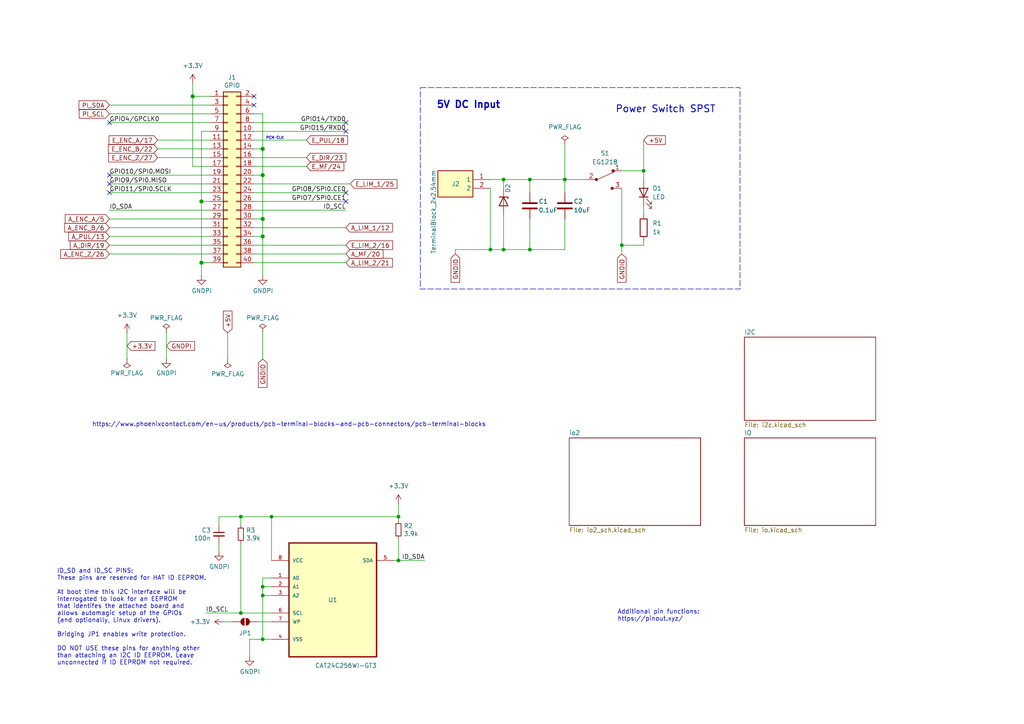
<source format=kicad_sch>
(kicad_sch (version 20250114) (generator "eeschema") (generator_version "9.0")
  (paper "A4")
  (title_block (date "15 nov 2012") (rev "1.0"))
  (lib_symbols
    (symbol "Connector_Generic:Conn_02x20_Odd_Even" (pin_names (offset 1.016) (hide yes))
      (property "Reference" "J" (at 1.27 25.4 0))
      (property "Value" "Conn_02x20_Odd_Even" (at 1.27 -27.94 0))
      (symbol "Conn_02x20_Odd_Even_1_1"
        (rectangle (start -1.27 24.13) (end 3.81 -26.67) (stroke (width 0.254)) (fill (type background)))
        (rectangle (start -1.27 22.987) (end 0 22.733) (stroke (width 0.1524)))
        (rectangle (start -1.27 20.447) (end 0 20.193) (stroke (width 0.1524)))
        (rectangle (start -1.27 17.907) (end 0 17.653) (stroke (width 0.1524)))
        (rectangle (start -1.27 15.367) (end 0 15.113) (stroke (width 0.1524)))
        (rectangle (start -1.27 12.827) (end 0 12.573) (stroke (width 0.1524)))
        (rectangle (start -1.27 10.287) (end 0 10.033) (stroke (width 0.1524)))
        (rectangle (start -1.27 7.747) (end 0 7.493) (stroke (width 0.1524)))
        (rectangle (start -1.27 5.207) (end 0 4.953) (stroke (width 0.1524)))
        (rectangle (start -1.27 2.667) (end 0 2.413) (stroke (width 0.1524)))
        (rectangle (start -1.27 0.127) (end 0 -0.127) (stroke (width 0.1524)))
        (rectangle (start -1.27 -2.413) (end 0 -2.667) (stroke (width 0.1524)))
        (rectangle (start -1.27 -4.953) (end 0 -5.207) (stroke (width 0.1524)))
        (rectangle (start -1.27 -7.493) (end 0 -7.747) (stroke (width 0.1524)))
        (rectangle (start -1.27 -10.033) (end 0 -10.287) (stroke (width 0.1524)))
        (rectangle (start -1.27 -12.573) (end 0 -12.827) (stroke (width 0.1524)))
        (rectangle (start -1.27 -15.113) (end 0 -15.367) (stroke (width 0.1524)))
        (rectangle (start -1.27 -17.653) (end 0 -17.907) (stroke (width 0.1524)))
        (rectangle (start -1.27 -20.193) (end 0 -20.447) (stroke (width 0.1524)))
        (rectangle (start -1.27 -22.733) (end 0 -22.987) (stroke (width 0.1524)))
        (rectangle (start -1.27 -25.273) (end 0 -25.527) (stroke (width 0.1524)))
        (rectangle (start 3.81 22.987) (end 2.54 22.733) (stroke (width 0.1524)))
        (rectangle (start 3.81 20.447) (end 2.54 20.193) (stroke (width 0.1524)))
        (rectangle (start 3.81 17.907) (end 2.54 17.653) (stroke (width 0.1524)))
        (rectangle (start 3.81 15.367) (end 2.54 15.113) (stroke (width 0.1524)))
        (rectangle (start 3.81 12.827) (end 2.54 12.573) (stroke (width 0.1524)))
        (rectangle (start 3.81 10.287) (end 2.54 10.033) (stroke (width 0.1524)))
        (rectangle (start 3.81 7.747) (end 2.54 7.493) (stroke (width 0.1524)))
        (rectangle (start 3.81 5.207) (end 2.54 4.953) (stroke (width 0.1524)))
        (rectangle (start 3.81 2.667) (end 2.54 2.413) (stroke (width 0.1524)))
        (rectangle (start 3.81 0.127) (end 2.54 -0.127) (stroke (width 0.1524)))
        (rectangle (start 3.81 -2.413) (end 2.54 -2.667) (stroke (width 0.1524)))
        (rectangle (start 3.81 -4.953) (end 2.54 -5.207) (stroke (width 0.1524)))
        (rectangle (start 3.81 -7.493) (end 2.54 -7.747) (stroke (width 0.1524)))
        (rectangle (start 3.81 -10.033) (end 2.54 -10.287) (stroke (width 0.1524)))
        (rectangle (start 3.81 -12.573) (end 2.54 -12.827) (stroke (width 0.1524)))
        (rectangle (start 3.81 -15.113) (end 2.54 -15.367) (stroke (width 0.1524)))
        (rectangle (start 3.81 -17.653) (end 2.54 -17.907) (stroke (width 0.1524)))
        (rectangle (start 3.81 -20.193) (end 2.54 -20.447) (stroke (width 0.1524)))
        (rectangle (start 3.81 -22.733) (end 2.54 -22.987) (stroke (width 0.1524)))
        (rectangle (start 3.81 -25.273) (end 2.54 -25.527) (stroke (width 0.1524)))
        (pin passive line (at -5.08 22.86 0) (length 3.81) (name "Pin_1") (number "1"))
        (pin passive line (at -5.08 20.32 0) (length 3.81) (name "Pin_3") (number "3"))
        (pin passive line (at -5.08 17.78 0) (length 3.81) (name "Pin_5") (number "5"))
        (pin passive line (at -5.08 15.24 0) (length 3.81) (name "Pin_7") (number "7"))
        (pin passive line (at -5.08 12.7 0) (length 3.81) (name "Pin_9") (number "9"))
        (pin passive line (at -5.08 10.16 0) (length 3.81) (name "Pin_11") (number "11"))
        (pin passive line (at -5.08 7.62 0) (length 3.81) (name "Pin_13") (number "13"))
        (pin passive line (at -5.08 5.08 0) (length 3.81) (name "Pin_15") (number "15"))
        (pin passive line (at -5.08 2.54 0) (length 3.81) (name "Pin_17") (number "17"))
        (pin passive line (at -5.08 0 0) (length 3.81) (name "Pin_19") (number "19"))
        (pin passive line (at -5.08 -2.54 0) (length 3.81) (name "Pin_21") (number "21"))
        (pin passive line (at -5.08 -5.08 0) (length 3.81) (name "Pin_23") (number "23"))
        (pin passive line (at -5.08 -7.62 0) (length 3.81) (name "Pin_25") (number "25"))
        (pin passive line (at -5.08 -10.16 0) (length 3.81) (name "Pin_27") (number "27"))
        (pin passive line (at -5.08 -12.7 0) (length 3.81) (name "Pin_29") (number "29"))
        (pin passive line (at -5.08 -15.24 0) (length 3.81) (name "Pin_31") (number "31"))
        (pin passive line (at -5.08 -17.78 0) (length 3.81) (name "Pin_33") (number "33"))
        (pin passive line (at -5.08 -20.32 0) (length 3.81) (name "Pin_35") (number "35"))
        (pin passive line (at -5.08 -22.86 0) (length 3.81) (name "Pin_37") (number "37"))
        (pin passive line (at -5.08 -25.4 0) (length 3.81) (name "Pin_39") (number "39"))
        (pin passive line (at 7.62 22.86 180) (length 3.81) (name "Pin_2") (number "2"))
        (pin passive line (at 7.62 20.32 180) (length 3.81) (name "Pin_4") (number "4"))
        (pin passive line (at 7.62 17.78 180) (length 3.81) (name "Pin_6") (number "6"))
        (pin passive line (at 7.62 15.24 180) (length 3.81) (name "Pin_8") (number "8"))
        (pin passive line (at 7.62 12.7 180) (length 3.81) (name "Pin_10") (number "10"))
        (pin passive line (at 7.62 10.16 180) (length 3.81) (name "Pin_12") (number "12"))
        (pin passive line (at 7.62 7.62 180) (length 3.81) (name "Pin_14") (number "14"))
        (pin passive line (at 7.62 5.08 180) (length 3.81) (name "Pin_16") (number "16"))
        (pin passive line (at 7.62 2.54 180) (length 3.81) (name "Pin_18") (number "18"))
        (pin passive line (at 7.62 0 180) (length 3.81) (name "Pin_20") (number "20"))
        (pin passive line (at 7.62 -2.54 180) (length 3.81) (name "Pin_22") (number "22"))
        (pin passive line (at 7.62 -5.08 180) (length 3.81) (name "Pin_24") (number "24"))
        (pin passive line (at 7.62 -7.62 180) (length 3.81) (name "Pin_26") (number "26"))
        (pin passive line (at 7.62 -10.16 180) (length 3.81) (name "Pin_28") (number "28"))
        (pin passive line (at 7.62 -12.7 180) (length 3.81) (name "Pin_30") (number "30"))
        (pin passive line (at 7.62 -15.24 180) (length 3.81) (name "Pin_32") (number "32"))
        (pin passive line (at 7.62 -17.78 180) (length 3.81) (name "Pin_34") (number "34"))
        (pin passive line (at 7.62 -20.32 180) (length 3.81) (name "Pin_36") (number "36"))
        (pin passive line (at 7.62 -22.86 180) (length 3.81) (name "Pin_38") (number "38"))
        (pin passive line (at 7.62 -25.4 180) (length 3.81) (name "Pin_40") (number "40"))
      )
    )
    (symbol "Device:C" (pin_numbers (hide yes)) (pin_names (offset 0.254))
      (property "Reference" "C" (at 0.635 2.54 0))
      (property "Value" "C" (at 0.635 -2.54 0))
      (symbol "C_0_1"
        (polyline (pts (xy -2.032 0.762) (xy 2.032 0.762)) (stroke (width 0.508)))
        (polyline (pts (xy -2.032 -0.762) (xy 2.032 -0.762)) (stroke (width 0.508)))
      )
      (symbol "C_1_1"
        (pin passive line (at 0 3.81 270) (length 2.794) (name "~") (number "1"))
        (pin passive line (at 0 -3.81 90) (length 2.794) (name "~") (number "2"))
      )
    )
    (symbol "Device:C_Small" (pin_numbers (hide yes)) (pin_names (offset 0.254) (hide yes))
      (property "Reference" "C" (at 0.254 1.778 0))
      (property "Value" "C_Small" (at 0.254 -2.032 0))
      (symbol "C_Small_0_1"
        (polyline (pts (xy -1.524 0.508) (xy 1.524 0.508)) (stroke (width 0.3048)))
        (polyline (pts (xy -1.524 -0.508) (xy 1.524 -0.508)) (stroke (width 0.3302)))
      )
      (symbol "C_Small_1_1"
        (pin passive line (at 0 2.54 270) (length 2.032) (name "~") (number "1"))
        (pin passive line (at 0 -2.54 90) (length 2.032) (name "~") (number "2"))
      )
    )
    (symbol "Device:LED" (pin_numbers (hide yes)) (pin_names (offset 1.016) (hide yes))
      (property "Reference" "D" (at 0 2.54 0))
      (property "Value" "LED" (at 0 -2.54 0))
      (symbol "LED_0_1"
        (polyline (pts (xy -3.048 -0.762) (xy -4.572 -2.286) (xy -3.81 -2.286) (xy -4.572 -2.286) (xy -4.572 -1.524)))
        (polyline (pts (xy -1.778 -0.762) (xy -3.302 -2.286) (xy -2.54 -2.286) (xy -3.302 -2.286) (xy -3.302 -1.524)))
        (polyline (pts (xy -1.27 0) (xy 1.27 0)))
        (polyline (pts (xy -1.27 -1.27) (xy -1.27 1.27)) (stroke (width 0.254)))
        (polyline (pts (xy 1.27 -1.27) (xy 1.27 1.27) (xy -1.27 0) (xy 1.27 -1.27)) (stroke (width 0.254)))
      )
      (symbol "LED_1_1"
        (pin passive line (at -3.81 0 0) (length 2.54) (name "K") (number "1"))
        (pin passive line (at 3.81 0 180) (length 2.54) (name "A") (number "2"))
      )
    )
    (symbol "Device:R" (pin_numbers (hide yes)) (pin_names (offset 0))
      (property "Reference" "R" (at 2.032 0 90))
      (property "Value" "R" (at 0 0 90))
      (symbol "R_0_1"
        (rectangle (start -1.016 -2.54) (end 1.016 2.54) (stroke (width 0.254)))
      )
      (symbol "R_1_1"
        (pin passive line (at 0 3.81 270) (length 1.27) (name "~") (number "1"))
        (pin passive line (at 0 -3.81 90) (length 1.27) (name "~") (number "2"))
      )
    )
    (symbol "Device:R_Small" (pin_numbers (hide yes)) (pin_names (offset 0.254) (hide yes))
      (property "Reference" "R" (at 0 0 90))
      (property "Value" "R_Small" (at 1.778 0 90))
      (symbol "R_Small_0_1"
        (rectangle (start -0.762 1.778) (end 0.762 -1.778) (stroke (width 0.2032)))
      )
      (symbol "R_Small_1_1"
        (pin passive line (at 0 2.54 270) (length 0.762) (name "~") (number "1"))
        (pin passive line (at 0 -2.54 90) (length 0.762) (name "~") (number "2"))
      )
    )
    (symbol "Diode:PESD5V0L1UL" (pin_numbers (hide yes)) (pin_names (hide yes))
      (property "Reference" "D" (at 0 2.54 0))
      (property "Value" "PESD5V0L1UL" (at 0 -2.54 0))
      (symbol "PESD5V0L1UL_0_1"
        (polyline (pts (xy -1.27 -1.27) (xy -1.27 1.27) (xy -0.762 1.27)) (stroke (width 0.254)))
        (polyline (pts (xy 1.27 0) (xy -1.27 0)))
        (polyline (pts (xy 1.27 -1.27) (xy 1.27 1.27) (xy -1.27 0) (xy 1.27 -1.27)) (stroke (width 0.254)))
      )
      (symbol "PESD5V0L1UL_1_1"
        (pin passive line (at -3.81 0 0) (length 2.54) (name "K") (number "1"))
        (pin passive line (at 3.81 0 180) (length 2.54) (name "A") (number "2"))
      )
    )
    (symbol "DishSympols:CAT24C256WI-GT3" (pin_names (offset 1.016))
      (property "Reference" "U" (at -5.8424 15.2919 0))
      (property "Value" "CAT24C256WI-GT3" (at -3.9652 -24.5534 0))
      (symbol "CAT24C256WI-GT3_0_0"
        (rectangle (start -12.7 -20.32) (end 12.7 12.7) (stroke (width 0.4064)) (fill (type background)))
        (pin power_in line (at -17.78 7.62 0) (length 5.08) (name "VCC") (number "8"))
        (pin input line (at -17.78 2.54 0) (length 5.08) (name "A0") (number "1"))
        (pin input line (at -17.78 0 0) (length 5.08) (name "A1") (number "2"))
        (pin input line (at -17.78 -2.54 0) (length 5.08) (name "A2") (number "3"))
        (pin input line (at -17.78 -7.62 0) (length 5.08) (name "SCL") (number "6"))
        (pin input line (at -17.78 -10.16 0) (length 5.08) (name "WP") (number "7"))
        (pin passive line (at -17.78 -15.24 0) (length 5.08) (name "VSS") (number "4"))
        (pin bidirectional line (at 17.78 7.62 180) (length 5.08) (name "SDA") (number "5"))
      )
    )
    (symbol "DishSympols:TerminalBlock_2x2.54mm"
      (property "Reference" "J" (at 16.51 7.62 0))
      (property "Value" "TerminalBlock_2x2.54mm" (at 16.51 5.08 0))
      (symbol "TerminalBlock_2x2.54mm_1_1"
        (rectangle (start 5.08 2.54) (end 15.24 -5.08) (stroke (width 0.254)) (fill (type background)))
        (pin passive line (at 0 0 0) (length 5.08) (name "1") (number "1"))
        (pin passive line (at 0 -2.54 0) (length 5.08) (name "2") (number "2"))
      )
    )
    (symbol "Jumper:SolderJumper_2_Open" (pin_numbers (hide yes)) (pin_names (offset 0) (hide yes)) (exclude_from_sim yes) (in_bom no)
      (property "Reference" "JP" (at 0 2.032 0))
      (property "Value" "SolderJumper_2_Open" (at 0 -2.54 0))
      (symbol "SolderJumper_2_Open_0_1"
        (polyline (pts (xy -0.254 1.016) (xy -0.254 -1.016)))
        (arc (start -0.254 -1.016) (mid -1.2656 0) (end -0.254 1.016))
        (arc (start -0.254 -1.016) (mid -1.2656 0) (end -0.254 1.016) (fill (type outline)))
        (arc (start 0.254 1.016) (mid 1.2656 0) (end 0.254 -1.016))
        (arc (start 0.254 1.016) (mid 1.2656 0) (end 0.254 -1.016) (fill (type outline)))
        (polyline (pts (xy 0.254 1.016) (xy 0.254 -1.016)))
      )
      (symbol "SolderJumper_2_Open_1_1"
        (pin passive line (at -3.81 0 0) (length 2.54) (name "A") (number "1"))
        (pin passive line (at 3.81 0 180) (length 2.54) (name "B") (number "2"))
      )
    )
    (symbol "dk_Slide-Switches:EG1218" (pin_names (offset 0))
      (property "Reference" "S" (at -3.81 2.286 0))
      (property "Value" "EG1218" (at 0 -5.334 0))
      (symbol "EG1218_0_1"
        (circle (center -2.286 0) (radius 0.3556) (fill (type outline)))
        (polyline (pts (xy -2.032 0) (xy 3.048 2.286)))
        (circle (center 2.286 -2.54) (radius 0.3556) (fill (type outline)))
        (circle (center 2.54 2.54) (radius 0.3556) (fill (type outline)))
      )
      (symbol "EG1218_1_1"
        (pin passive line (at -5.08 0 0) (length 2.54) (name "~") (number "2"))
        (pin passive line (at 5.08 2.54 180) (length 2.54) (name "~") (number "1"))
        (pin passive line (at 5.08 -2.54 180) (length 2.54) (name "~") (number "3"))
      )
    )
    (symbol "power:+3.3V" (power) (pin_numbers (hide yes)) (pin_names (offset 0) (hide yes))
      (property "Value" "+3.3V" (at 0 3.556 0))
      (symbol "+3.3V_0_1"
        (polyline (pts (xy -0.762 1.27) (xy 0 2.54)))
        (polyline (pts (xy 0 2.54) (xy 0.762 1.27)))
        (polyline (pts (xy 0 0) (xy 0 2.54)))
      )
      (symbol "+3.3V_1_1"
        (pin power_in line (at 0 0 90) (length 0) (name "~") (number "1"))
      )
    )
    (symbol "power:GND" (power) (pin_numbers (hide yes)) (pin_names (offset 0) (hide yes))
      (property "Value" "GND" (at 0 -3.81 0))
      (symbol "GND_0_1"
        (polyline (pts (xy 0 0) (xy 0 -1.27) (xy 1.27 -1.27) (xy 0 -2.54) (xy -1.27 -1.27) (xy 0 -1.27)))
      )
      (symbol "GND_1_1"
        (pin power_in line (at 0 0 270) (length 0) (name "~") (number "1"))
      )
    )
    (symbol "power:PWR_FLAG" (power) (pin_numbers (hide yes)) (pin_names (offset 0) (hide yes))
      (property "Value" "PWR_FLAG" (at 0 3.81 0))
      (symbol "PWR_FLAG_0_0"
        (pin power_out line (at 0 0 90) (length 0) (name "~") (number "1"))
      )
      (symbol "PWR_FLAG_0_1"
        (polyline (pts (xy 0 0) (xy 0 1.27) (xy -1.016 1.905) (xy 0 2.54) (xy 1.016 1.905) (xy 0 1.27)))
      )
    )
  )
  (rectangle (start 121.92 25.4) (end 214.63 83.82) (stroke (width 0) (type dash)))
  (text "PCM CLK" (at 79.756 40.132 0) (effects (font (size 0.762 0.762))))
  (text "Additional pin functions:\nhttps://pinout.xyz/" (at 179.07 180.34 0) (effects (font (size 1.27 1.27)) (justify left bottom)))
  (text "Power Switch SPST" (at 193.04 31.75 0) (effects (font (size 2 2) (thickness 0.254) (bold yes))))
  (text "ID_SD and ID_SC PINS:\nThese pins are reserved for HAT ID EEPROM.\n\nAt boot time this I2C interface will be\ninterrogated to look for an EEPROM\nthat identifes the attached board and\nallows automagic setup of the GPIOs\n(and optionally, Linux drivers).\n\nBridging JP1 enables write protection.\n\nDO NOT USE these pins for anything other\nthan attaching an I2C ID EEPROM. Leave\nunconnected if ID EEPROM not required." (at 16.51 193.04 0) (effects (font (size 1.27 1.27)) (justify left bottom)))
  (text "https://www.phoenixcontact.com/en-us/products/pcb-terminal-blocks-and-pcb-connectors/pcb-terminal-blocks" (at 83.82 123.19 0) (effects (font (size 1.27 1.27))))
  (text "5V DC Input" (at 135.89 30.48 0) (effects (font (size 2 2) (thickness 0.4) (bold yes))))
  (junction (at 115.57 162.56))
  (junction (at 76.2 43.18) (diameter 1.016))
  (junction (at 78.74 149.86))
  (junction (at 146.05 72.39))
  (junction (at 186.69 49.53))
  (junction (at 153.67 72.39))
  (junction (at 146.05 52.07))
  (junction (at 76.2 170.18))
  (junction (at 58.42 76.2) (diameter 1.016))
  (junction (at 76.2 185.42))
  (junction (at 115.57 149.86))
  (junction (at 58.42 58.42) (diameter 1.016))
  (junction (at 69.85 177.8))
  (junction (at 76.2 68.58) (diameter 1.016))
  (junction (at 142.24 72.39))
  (junction (at 153.67 52.07))
  (junction (at 180.34 71.12))
  (junction (at 76.2 172.72))
  (junction (at 76.2 63.5) (diameter 1.016))
  (junction (at 163.83 52.07))
  (junction (at 76.2 50.8) (diameter 1.016))
  (junction (at 69.85 149.86))
  (junction (at 55.88 27.94) (diameter 1.016))
  (no_connect (at 31.75 55.88))
  (no_connect (at 100.33 55.88))
  (no_connect (at 31.75 53.34))
  (no_connect (at 73.66 30.48))
  (no_connect (at 31.75 50.8))
  (no_connect (at 100.33 58.42))
  (no_connect (at 100.33 38.1))
  (no_connect (at 100.33 35.56))
  (no_connect (at 73.66 27.94))
  (no_connect (at 31.75 35.56))
  (wire (pts (xy 58.42 58.42) (xy 58.42 76.2)))
  (wire (pts (xy 73.66 58.42) (xy 100.33 58.42)))
  (wire (pts (xy 69.85 152.4) (xy 69.85 149.86)))
  (wire (pts (xy 146.05 52.07) (xy 146.05 54.61)))
  (wire (pts (xy 76.2 96.52) (xy 76.2 104.14)))
  (wire (pts (xy 180.34 54.61) (xy 180.34 71.12)))
  (wire (pts (xy 76.2 33.02) (xy 76.2 43.18)))
  (wire (pts (xy 76.2 50.8) (xy 73.66 50.8)))
  (wire (pts (xy 66.04 104.14) (xy 66.04 96.52)))
  (wire (pts (xy 163.83 63.5) (xy 163.83 72.39)))
  (wire (pts (xy 186.69 59.69) (xy 186.69 62.23)))
  (wire (pts (xy 76.2 63.5) (xy 76.2 68.58)))
  (wire (pts (xy 45.72 43.18) (xy 60.96 43.18)))
  (wire (pts (xy 153.67 72.39) (xy 146.05 72.39)))
  (wire (pts (xy 45.72 40.64) (xy 60.96 40.64)))
  (wire (pts (xy 153.67 63.5) (xy 153.67 72.39)))
  (wire (pts (xy 132.08 72.39) (xy 132.08 73.66)))
  (wire (pts (xy 146.05 72.39) (xy 142.24 72.39)))
  (wire (pts (xy 142.24 72.39) (xy 132.08 72.39)))
  (wire (pts (xy 76.2 50.8) (xy 76.2 63.5)))
  (wire (pts (xy 73.66 35.56) (xy 100.33 35.56)))
  (wire (pts (xy 58.42 38.1) (xy 58.42 58.42)))
  (wire (pts (xy 114.3 162.56) (xy 115.57 162.56)))
  (wire (pts (xy 58.42 38.1) (xy 60.96 38.1)))
  (wire (pts (xy 72.39 185.42) (xy 76.2 185.42)))
  (wire (pts (xy 73.66 55.88) (xy 100.33 55.88)))
  (wire (pts (xy 78.74 167.64) (xy 76.2 167.64)))
  (wire (pts (xy 72.39 190.5) (xy 72.39 185.42)))
  (wire (pts (xy 31.75 63.5) (xy 60.96 63.5)))
  (wire (pts (xy 115.57 149.86) (xy 115.57 151.13)))
  (wire (pts (xy 163.83 41.91) (xy 163.83 52.07)))
  (wire (pts (xy 163.83 52.07) (xy 170.18 52.07)))
  (wire (pts (xy 186.69 40.64) (xy 186.69 49.53)))
  (wire (pts (xy 69.85 177.8) (xy 78.74 177.8)))
  (wire (pts (xy 58.42 58.42) (xy 60.96 58.42)))
  (wire (pts (xy 78.74 149.86) (xy 115.57 149.86)))
  (wire (pts (xy 153.67 52.07) (xy 163.83 52.07)))
  (wire (pts (xy 73.66 40.64) (xy 88.9 40.64)))
  (wire (pts (xy 73.66 71.12) (xy 100.33 71.12)))
  (wire (pts (xy 73.66 76.2) (xy 100.33 76.2)))
  (wire (pts (xy 58.42 76.2) (xy 58.42 80.01)))
  (wire (pts (xy 55.88 24.13) (xy 55.88 27.94)))
  (wire (pts (xy 63.5 149.86) (xy 69.85 149.86)))
  (wire (pts (xy 146.05 62.23) (xy 146.05 72.39)))
  (wire (pts (xy 76.2 170.18) (xy 76.2 172.72)))
  (wire (pts (xy 76.2 68.58) (xy 73.66 68.58)))
  (wire (pts (xy 74.93 180.34) (xy 78.74 180.34)))
  (wire (pts (xy 31.75 33.02) (xy 60.96 33.02)))
  (wire (pts (xy 115.57 146.05) (xy 115.57 149.86)))
  (wire (pts (xy 76.2 170.18) (xy 78.74 170.18)))
  (wire (pts (xy 73.66 45.72) (xy 88.9 45.72)))
  (wire (pts (xy 31.75 55.88) (xy 60.96 55.88)))
  (wire (pts (xy 55.88 48.26) (xy 60.96 48.26)))
  (wire (pts (xy 60.96 30.48) (xy 31.75 30.48)))
  (wire (pts (xy 76.2 43.18) (xy 76.2 50.8)))
  (wire (pts (xy 31.75 60.96) (xy 60.96 60.96)))
  (wire (pts (xy 63.5 152.4) (xy 63.5 149.86)))
  (wire (pts (xy 76.2 172.72) (xy 78.74 172.72)))
  (wire (pts (xy 76.2 43.18) (xy 73.66 43.18)))
  (wire (pts (xy 76.2 167.64) (xy 76.2 170.18)))
  (wire (pts (xy 31.75 35.56) (xy 60.96 35.56)))
  (wire (pts (xy 55.88 27.94) (xy 55.88 48.26)))
  (wire (pts (xy 73.66 38.1) (xy 100.33 38.1)))
  (wire (pts (xy 163.83 52.07) (xy 163.83 55.88)))
  (wire (pts (xy 69.85 149.86) (xy 78.74 149.86)))
  (wire (pts (xy 186.69 69.85) (xy 186.69 71.12)))
  (wire (pts (xy 31.75 53.34) (xy 60.96 53.34)))
  (wire (pts (xy 48.26 96.52) (xy 48.26 104.14)))
  (wire (pts (xy 63.5 157.48) (xy 63.5 160.02)))
  (wire (pts (xy 76.2 172.72) (xy 76.2 185.42)))
  (wire (pts (xy 31.75 66.04) (xy 60.96 66.04)))
  (wire (pts (xy 59.69 177.8) (xy 69.85 177.8)))
  (wire (pts (xy 180.34 49.53) (xy 186.69 49.53)))
  (wire (pts (xy 115.57 162.56) (xy 123.19 162.56)))
  (wire (pts (xy 31.75 71.12) (xy 60.96 71.12)))
  (wire (pts (xy 36.83 96.52) (xy 36.83 104.14)))
  (wire (pts (xy 73.66 66.04) (xy 100.33 66.04)))
  (wire (pts (xy 58.42 76.2) (xy 60.96 76.2)))
  (wire (pts (xy 69.85 157.48) (xy 69.85 177.8)))
  (wire (pts (xy 73.66 73.66) (xy 100.33 73.66)))
  (wire (pts (xy 153.67 52.07) (xy 153.67 55.88)))
  (wire (pts (xy 115.57 156.21) (xy 115.57 162.56)))
  (wire (pts (xy 76.2 33.02) (xy 73.66 33.02)))
  (wire (pts (xy 31.75 73.66) (xy 60.96 73.66)))
  (wire (pts (xy 45.72 45.72) (xy 60.96 45.72)))
  (wire (pts (xy 76.2 185.42) (xy 78.74 185.42)))
  (wire (pts (xy 142.24 54.61) (xy 142.24 72.39)))
  (wire (pts (xy 186.69 49.53) (xy 186.69 52.07)))
  (wire (pts (xy 78.74 162.56) (xy 78.74 149.86)))
  (wire (pts (xy 76.2 68.58) (xy 76.2 80.01)))
  (wire (pts (xy 64.77 180.34) (xy 67.31 180.34)))
  (wire (pts (xy 163.83 72.39) (xy 153.67 72.39)))
  (wire (pts (xy 73.66 53.34) (xy 101.6 53.34)))
  (wire (pts (xy 60.96 68.58) (xy 31.75 68.58)))
  (wire (pts (xy 146.05 52.07) (xy 153.67 52.07)))
  (wire (pts (xy 180.34 71.12) (xy 186.69 71.12)))
  (wire (pts (xy 76.2 63.5) (xy 73.66 63.5)))
  (wire (pts (xy 73.66 48.26) (xy 88.9 48.26)))
  (wire (pts (xy 55.88 27.94) (xy 60.96 27.94)))
  (wire (pts (xy 60.96 50.8) (xy 31.75 50.8)))
  (wire (pts (xy 73.66 60.96) (xy 100.33 60.96)))
  (wire (pts (xy 180.34 71.12) (xy 180.34 73.66)))
  (wire (pts (xy 142.24 52.07) (xy 146.05 52.07)))
  (label "ID_SDA" (at 123.19 162.56 180))
  (label "GPIO10{slash}SPI0.MOSI" (at 31.75 50.8 0))
  (label "GPIO9{slash}SPI0.MISO" (at 31.75 53.34 0))
  (label "GPIO4{slash}GPCLK0" (at 31.75 35.56 0))
  (label "GPIO14{slash}TXD0" (at 100.33 35.56 180))
  (label "GPIO8{slash}SPI0.CE0" (at 100.33 55.88 180))
  (label "GPIO15{slash}RXD0" (at 100.33 38.1 180))
  (label "ID_SDA" (at 31.75 60.96 0))
  (label "ID_SCL" (at 100.33 60.96 180))
  (label "GPIO7{slash}SPI0.CE1" (at 100.33 58.42 180))
  (label "ID_SCL" (at 59.69 177.8 0))
  (label "GPIO11{slash}SPI0.SCLK" (at 31.75 55.88 0))
  (global_label "A_ENC_Z{slash}26" (shape input) (at 31.75 73.66 180) (property "Intersheetrefs" "${INTERSHEET_REFS}" (effects (hide yes))))
  (global_label "+3.3V" (shape input) (at 36.83 100.33 0) (property "Intersheetrefs" "${INTERSHEET_REFS}" (effects (hide yes))))
  (global_label "E_LIM_1{slash}25" (shape input) (at 101.6 53.34 0) (property "Intersheetrefs" "${INTERSHEET_REFS}" (effects (hide yes))))
  (global_label "E_ENC_A{slash}17" (shape input) (at 45.72 40.64 180) (property "Intersheetrefs" "${INTERSHEET_REFS}" (effects (hide yes))))
  (global_label "GNDIO" (shape input) (at 132.08 73.66 270) (property "Intersheetrefs" "${INTERSHEET_REFS}" (effects (hide yes))))
  (global_label "E_ENC_Z{slash}27" (shape input) (at 45.72 45.72 180) (property "Intersheetrefs" "${INTERSHEET_REFS}" (effects (hide yes))))
  (global_label "GNDIO" (shape input) (at 180.34 73.66 270) (property "Intersheetrefs" "${INTERSHEET_REFS}" (effects (hide yes))))
  (global_label "+5V" (shape input) (at 66.04 96.52 90) (property "Intersheetrefs" "${INTERSHEET_REFS}" (effects (hide yes))))
  (global_label "A_ENC_A{slash}5" (shape input) (at 31.75 63.5 180) (property "Intersheetrefs" "${INTERSHEET_REFS}" (effects (hide yes))))
  (global_label "GNDPI" (shape input) (at 48.26 100.33 0) (property "Intersheetrefs" "${INTERSHEET_REFS}" (effects (hide yes))))
  (global_label "PI_SCL" (shape input) (at 31.75 33.02 180) (property "Intersheetrefs" "${INTERSHEET_REFS}" (effects (hide yes))))
  (global_label "E_PUL{slash}18" (shape input) (at 88.9 40.64 0) (property "Intersheetrefs" "${INTERSHEET_REFS}" (effects (hide yes))))
  (global_label "A_DIR{slash}19" (shape input) (at 31.75 71.12 180) (property "Intersheetrefs" "${INTERSHEET_REFS}" (effects (hide yes))))
  (global_label "A_ENC_B{slash}6" (shape input) (at 31.75 66.04 180) (property "Intersheetrefs" "${INTERSHEET_REFS}" (effects (hide yes))))
  (global_label "A_PUL{slash}13" (shape input) (at 31.75 68.58 180) (property "Intersheetrefs" "${INTERSHEET_REFS}" (effects (hide yes))))
  (global_label "E_LIM_2{slash}16" (shape input) (at 100.33 71.12 0) (property "Intersheetrefs" "${INTERSHEET_REFS}" (effects (hide yes))))
  (global_label "A_LIM_2{slash}21" (shape input) (at 100.33 76.2 0) (property "Intersheetrefs" "${INTERSHEET_REFS}" (effects (hide yes))))
  (global_label "E_MF{slash}24" (shape input) (at 88.9 48.26 0) (property "Intersheetrefs" "${INTERSHEET_REFS}" (effects (hide yes))))
  (global_label "E_DIR{slash}23" (shape input) (at 88.9 45.72 0) (property "Intersheetrefs" "${INTERSHEET_REFS}" (effects (hide yes))))
  (global_label "E_ENC_B{slash}22" (shape input) (at 45.72 43.18 180) (property "Intersheetrefs" "${INTERSHEET_REFS}" (effects (hide yes))))
  (global_label "A_MF{slash}20" (shape input) (at 100.33 73.66 0) (property "Intersheetrefs" "${INTERSHEET_REFS}" (effects (hide yes))))
  (global_label "PI_SDA" (shape input) (at 31.75 30.48 180) (property "Intersheetrefs" "${INTERSHEET_REFS}" (effects (hide yes))))
  (global_label "GNDIO" (shape input) (at 76.2 104.14 270) (property "Intersheetrefs" "${INTERSHEET_REFS}" (effects (hide yes))))
  (global_label "+5V" (shape input) (at 186.69 40.64 0) (property "Intersheetrefs" "${INTERSHEET_REFS}" (effects (hide yes))))
  (global_label "A_LIM_1{slash}12" (shape input) (at 100.33 66.04 0) (property "Intersheetrefs" "${INTERSHEET_REFS}" (effects (hide yes))))
  (symbol (lib_id "power:GND") (at 76.2 80.01 0) (unit 1)
    (property "Reference" "#PWR06" (effects (hide yes)))
    (property "Value" "GNDPI" (at 76.3143 84.3344 0))
    (property "Description" "Power symbol creates a global label with name \"GND\" , ground" (effects (hide yes)))
  )
  (symbol (lib_id "power:GND") (at 58.42 80.01 0) (unit 1)
    (property "Reference" "#PWR05" (effects (hide yes)))
    (property "Value" "GNDPI" (at 58.5343 84.3344 0))
    (property "Description" "Power symbol creates a global label with name \"GND\" , ground" (effects (hide yes)))
  )
  (symbol (lib_id "Connector_Generic:Conn_02x20_Odd_Even") (at 66.04 50.8 0) (unit 1)
    (property "Reference" "J1" (at 67.31 22.4598 0))
    (property "Value" "GPIO" (at 67.31 24.765 0))
    (property "Footprint" "Connector_PinSocket_2.54mm:PinSocket_2x20_P2.54mm_Vertical" (effects (hide yes)))
    (property "Description" "Generic connector, double row, 02x20, odd/even pin numbering scheme (row 1 odd numbers, row 2 even numbers), script generated (kicad-library-utils/schlib/autogen/connector/)" (effects (hide yes)))
  )
  (symbol (lib_id "Device:C_Small") (at 63.5 154.94 0) (unit 1)
    (property "Reference" "C3" (at 61.1758 153.7906 0) (effects (justify right)))
    (property "Value" "100n" (at 61.1758 156.0893 0) (effects (justify right)))
    (property "Footprint" "Capacitor_SMD:C_0402_1005Metric" (effects (hide yes)))
    (property "Description" "Unpolarized capacitor, small symbol" (effects (hide yes)))
  )
  (symbol (lib_id "Device:C") (at 153.67 59.69 0) (unit 1)
    (property "Reference" "C1" (at 156.21 58.42 0) (effects (justify left)))
    (property "Value" "0.1uF" (at 156.21 60.96 0) (effects (justify left)))
    (property "Footprint" "Capacitor_SMD:C_0402_1005Metric" (effects (hide yes)))
    (property "Description" "Unpolarized capacitor" (effects (hide yes)))
  )
  (symbol (lib_id "power:PWR_FLAG") (at 66.04 104.14 180) (unit 1) (in_bom no) (on_board no)
    (property "Reference" "#FLG05" (effects (hide yes)))
    (property "Value" "PWR_FLAG" (at 66.04 108.458 0))
    (property "Description" "Special symbol for telling ERC where power comes from" (effects (hide yes)))
  )
  (symbol (lib_id "Device:R_Small") (at 69.85 154.94 0) (unit 1)
    (property "Reference" "R3" (at 71.3486 153.797 0) (effects (justify left)))
    (property "Value" "3.9k" (at 71.3487 156.0893 0) (effects (justify left)))
    (property "Footprint" "Resistor_SMD:R_0402_1005Metric" (effects (hide yes)))
    (property "Description" "Resistor, small symbol" (effects (hide yes)))
  )
  (symbol (lib_id "dk_Slide-Switches:EG1218") (at 175.26 52.07 0) (unit 1)
    (property "Reference" "S1" (at 175.4632 44.45 0))
    (property "Value" "EG1218" (at 175.4632 46.99 0))
    (property "Footprint" "digikey-footprints:Switch_Slide_11.6x4mm_EG1218" (effects (hide yes)))
    (property "Datasheet" "http://spec_sheets.e-switch.com/specs/P040040.pdf" (effects (hide yes)))
    (property "Description" "SWITCH SLIDE SPDT 200MA 30V" (effects (hide yes)))
    (property "Digi-Key_PN" "EG1903-ND" (effects (hide yes)))
    (property "MPN" "EG1218" (effects (hide yes)))
    (property "Category" "Switches" (effects (hide yes)))
    (property "Family" "Slide Switches" (effects (hide yes)))
    (property "DK_Datasheet_Link" "http://spec_sheets.e-switch.com/specs/P040040.pdf" (effects (hide yes)))
    (property "DK_Detail_Page" "/product-detail/en/e-switch/EG1218/EG1903-ND/101726" (effects (hide yes)))
    (property "Description_1" "SWITCH SLIDE SPDT 200MA 30V" (effects (hide yes)))
    (property "Manufacturer" "E-Switch" (effects (hide yes)))
    (property "Status" "Active" (effects (hide yes)))
  )
  (symbol (lib_id "Device:C") (at 163.83 59.69 0) (unit 1)
    (property "Reference" "C2" (at 166.37 58.42 0) (effects (justify left)))
    (property "Value" "10uF" (at 166.37 60.96 0) (effects (justify left)))
    (property "Footprint" "Capacitor_SMD:C_0402_1005Metric" (effects (hide yes)))
    (property "Description" "Unpolarized capacitor" (effects (hide yes)))
  )
  (symbol (lib_id "DishSympols:CAT24C256WI-GT3") (at 96.52 170.18 0) (unit 1)
    (property "Reference" "U1" (at 96.52 173.99 0))
    (property "Value" "CAT24C256WI-GT3" (at 100.33 193.04 0))
    (property "Footprint" "DishFootprints:CAT24C256_EEPROM" (effects (hide yes)))
    (property "Datasheet" "https://www.onsemi.com/pdf/datasheet/cat24c256-d.pdf" (effects (hide yes)))
    (property "MPN" "CAT24C256WI-GT3" (effects (hide yes)))
    (property "OC_FARNELL" "1718127" (effects (hide yes)))
    (property "OC_NEWARK" "08R5412" (effects (hide yes)))
    (property "SUPPLIER" "CATALYST SEMICONDUCTOR" (effects (hide yes)))
    (property "PACKAGE" "SOIC-8" (effects (hide yes)))
  )
  (symbol (lib_id "Jumper:SolderJumper_2_Open") (at 71.12 180.34 0) (unit 1)
    (property "Reference" "JP1" (at 71.12 183.623 0))
    (property "Value" "JP1" (effects (hide yes)))
    (property "Footprint" "DishFootprints:Header 1x2 Male" (effects (hide yes)))
    (property "Datasheet" "https://cdn.amphenol-cs.com/media/wysiwyg/files/documentation/datasheet/boardwiretoboard/bwb_bergstik.pdf" (effects (hide yes)))
    (property "Description" "Solder Jumper, 2-pole, open" (effects (hide yes)))
  )
  (symbol (lib_id "Device:R_Small") (at 115.57 153.67 0) (unit 1)
    (property "Reference" "R2" (at 117.0686 152.527 0) (effects (justify left)))
    (property "Value" "3.9k" (at 117.0687 154.8193 0) (effects (justify left)))
    (property "Footprint" "Resistor_SMD:R_0402_1005Metric" (effects (hide yes)))
    (property "Description" "Resistor, small symbol" (effects (hide yes)))
  )
  (symbol (lib_id "power:+3.3V") (at 64.77 180.34 90) (unit 1)
    (property "Reference" "#PWR011" (effects (hide yes)))
    (property "Value" "+3.3V" (at 60.96 180.3399 90) (effects (justify left)))
    (property "Description" "Power symbol creates a global label with name \"+3.3V\"" (effects (hide yes)))
  )
  (symbol (lib_id "power:GND") (at 72.39 190.5 0) (unit 1)
    (property "Reference" "#PWR012" (effects (hide yes)))
    (property "Value" "GNDPI" (at 72.5043 194.8244 0))
    (property "Description" "Power symbol creates a global label with name \"GND\" , ground" (effects (hide yes)))
  )
  (symbol (lib_id "power:PWR_FLAG") (at 163.83 41.91 0) (unit 1)
    (property "Reference" "#FLG01" (effects (hide yes)))
    (property "Value" "PWR_FLAG" (at 163.83 36.83 0))
    (property "Description" "Special symbol for telling ERC where power comes from" (effects (hide yes)))
  )
  (symbol (lib_id "power:PWR_FLAG") (at 76.2 96.52 0) (unit 1) (in_bom no) (on_board no)
    (property "Reference" "#FLG06" (effects (hide yes)))
    (property "Value" "PWR_FLAG" (at 76.2 92.202 0))
    (property "Description" "Special symbol for telling ERC where power comes from" (effects (hide yes)))
  )
  (symbol (lib_id "power:+3.3V") (at 36.83 96.52 0) (unit 1)
    (property "Reference" "#PWR07" (effects (hide yes)))
    (property "Value" "+3.3V" (at 36.83 91.44 0))
    (property "Description" "Power symbol creates a global label with name \"+3.3V\"" (effects (hide yes)))
  )
  (symbol (lib_id "power:GND") (at 63.5 160.02 0) (unit 1)
    (property "Reference" "#PWR010" (effects (hide yes)))
    (property "Value" "GNDPI" (at 63.6143 164.3444 0))
    (property "Description" "Power symbol creates a global label with name \"GND\" , ground" (effects (hide yes)))
  )
  (symbol (lib_id "Diode:PESD5V0L1UL") (at 146.05 58.42 270) (unit 1)
    (property "Reference" "D2" (at 147.32 54.61 0))
    (property "Value" "TPESD0402G05V" (effects (hide yes)))
    (property "Footprint" "Diode_SMD:D_0402_1005Metric" (effects (hide yes)))
    (property "Datasheet" "https://assets.nexperia.com/documents/data-sheet/PESD5V0L1UL.pdf" (effects (hide yes)))
    (property "Description" "Low capacitance unidirectional ESD protection diode, 5V, SOD-882" (effects (hide yes)))
    (property "LCSC" "C558615" (effects (hide yes)))
  )
  (symbol (lib_id "Device:LED") (at 186.69 55.88 90) (unit 1)
    (property "Reference" "D1" (at 189.23 54.61 90) (effects (justify right)))
    (property "Value" "LED" (at 189.23 57.15 90) (effects (justify right)))
    (property "Footprint" "LED_SMD:LED_1206_3216Metric" (effects (hide yes)))
    (property "Description" "Light emitting diode" (effects (hide yes)))
    (property "Sim.Pins" "1=K 2=A" (effects (hide yes)))
    (property "LCSC Part" "C5264252" (effects (hide yes)))
  )
  (symbol (lib_id "power:+3.3V") (at 115.57 146.05 0) (unit 1)
    (property "Reference" "#PWR09" (effects (hide yes)))
    (property "Value" "+3.3V" (at 115.57 140.97 0))
    (property "Description" "Power symbol creates a global label with name \"+3.3V\"" (effects (hide yes)))
  )
  (symbol (lib_id "power:+3.3V") (at 55.88 24.13 0) (unit 1)
    (property "Reference" "#PWR01" (effects (hide yes)))
    (property "Value" "+3.3V" (at 55.88 19.05 0))
    (property "Description" "Power symbol creates a global label with name \"+3.3V\"" (effects (hide yes)))
  )
  (symbol (lib_id "power:PWR_FLAG") (at 36.83 104.14 180) (unit 1) (in_bom no) (on_board no)
    (property "Reference" "#FLG04" (effects (hide yes)))
    (property "Value" "PWR_FLAG" (at 36.83 108.204 0))
    (property "Description" "Special symbol for telling ERC where power comes from" (effects (hide yes)))
  )
  (symbol (lib_id "Device:R") (at 186.69 66.04 0) (unit 1)
    (property "Reference" "R1" (at 189.23 64.7699 0) (effects (justify left)))
    (property "Value" "1k" (at 189.23 67.3099 0) (effects (justify left)))
    (property "Footprint" "Resistor_SMD:R_0402_1005Metric" (effects (hide yes)))
    (property "Description" "Resistor" (effects (hide yes)))
    (property "LCSC Part" "C4410" (effects (hide yes)))
  )
  (symbol (lib_id "power:GND") (at 48.26 104.14 0) (unit 1)
    (property "Reference" "#PWR08" (effects (hide yes)))
    (property "Value" "GNDPI" (at 48.26 108.204 0))
    (property "Description" "Power symbol creates a global label with name \"GND\" , ground" (effects (hide yes)))
  )
  (symbol (lib_id "DishSympols:TerminalBlock_2x2.54mm") (at 142.24 52.07 0) (mirror y) (unit 1)
    (property "Reference" "J2" (at 133.35 53.34 0) (effects (justify left)))
    (property "Value" "TerminalBlock_2x2.54mm" (at 125.73 73.66 90) (effects (justify left)))
    (property "Footprint" "DishFootprints:TerminalBlock_2x2.54mm" (effects (hide yes)))
    (property "Datasheet" "https://www.phoenixcontact.com/online/portal/us/?uri=pxc-oc-itemdetail:pid=1725656&library=usen&pcck=P-11-01-05&tab=1&selectedCategory=ALL" (effects (hide yes)))
    (property "Description" "PCB terminal block, nominal current: 6 A, rated voltage (III/2): 160 V, nominal cross section: 0.5 mm?, Number of potentials: 2, Number of rows: 1, Number of positions per row: 2, product range: MPT 0,5, pitch: 2.54 mm, connection method: Screw connection with tension sleeve, mounting: Wave soldering, conductor/PCB connection direction: 0 ?, color: green, Pin layout: Linear pinning, Solder pin [P]: 3.5 mm, type of packaging: packed in cardboard" (effects (hide yes)))
    (property "Height" "8.65" (effects (hide yes)))
    (property "Manufacturer_Name" "Phoenix Contact" (effects (hide yes)))
    (property "Manufacturer_Part_Number" "1725656" (effects (hide yes)))
    (property "Mouser Part Number" "651-1725656" (effects (hide yes)))
    (property "Mouser Price/Stock" "https://www.mouser.co.uk/ProductDetail/Phoenix-Contact/1725656?qs=Ul7CXFMnlWWQeccayYbRmw%3D%3D" (effects (hide yes)))
    (property "Arrow Part Number" "1725656" (effects (hide yes)))
    (property "Arrow Price/Stock" "https://www.arrow.com/en/products/1725656/phoenix-contact?utm_currency=USD&region=nac" (effects (hide yes)))
  )
  (symbol (lib_id "power:PWR_FLAG") (at 48.26 96.52 0) (unit 1) (in_bom no) (on_board no)
    (property "Reference" "#FLG03" (effects (hide yes)))
    (property "Value" "PWR_FLAG" (at 48.26 92.202 0))
    (property "Description" "Special symbol for telling ERC where power comes from" (effects (hide yes)))
  )
  (sheet (at 215.9 97.79) (size 38.1 24.13) (stroke (width 0.1524))
    (property "Sheetname" "I2C" (at 215.9 97.0784 0) (effects (justify left bottom)))
    (property "Sheetfile" "i2c.kicad_sch" (at 215.9 122.5046 0) (effects (justify left top)))
  )
  (sheet (at 165.1 127) (size 38.1 25.4) (stroke (width 0.1524))
    (property "Sheetname" "io2" (at 165.1 126.2884 0) (effects (justify left bottom)))
    (property "Sheetfile" "io2_sch.kicad_sch" (at 165.1 152.9846 0) (effects (justify left top)))
  )
  (sheet (at 215.9 127) (size 38.1 25.4) (stroke (width 0.1524))
    (property "Sheetname" "IO" (at 215.9 126.2884 0) (effects (justify left bottom)))
    (property "Sheetfile" "io.kicad_sch" (at 215.9 152.9846 0) (effects (justify left top)))
  )
)
</source>
